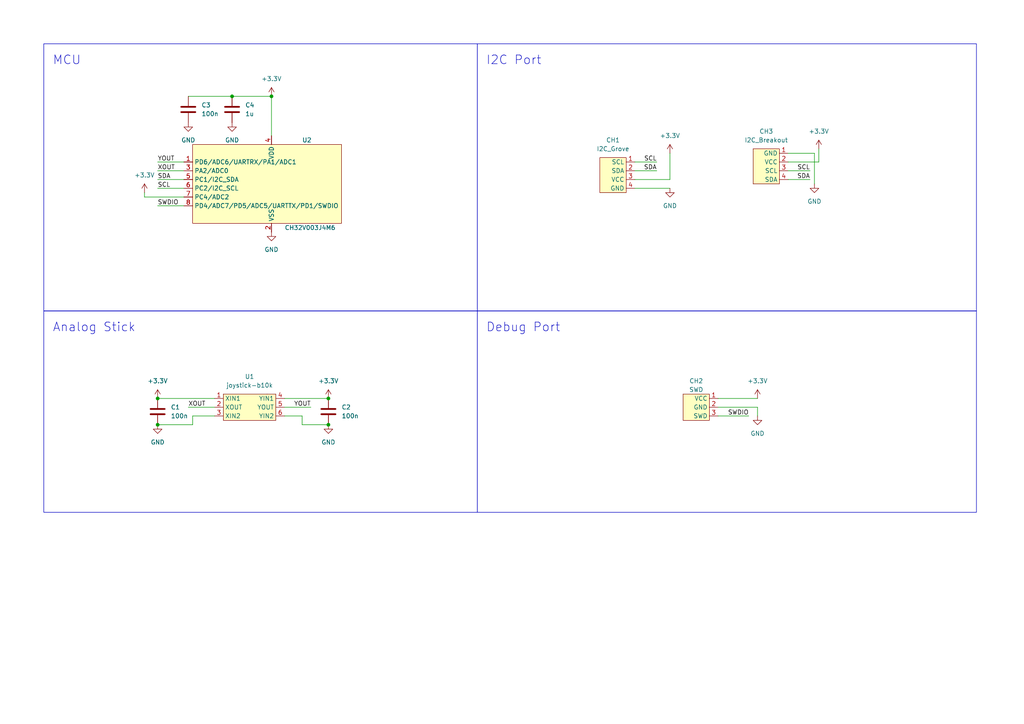
<source format=kicad_sch>
(kicad_sch (version 20230121) (generator eeschema)
  (paper "A4")
  (lib_symbols
    (symbol "$74th:CH32V003J4M6"
      (property "Reference" "U" (at 13.97 15.24 0))
      (property "Value" "CH32V003J4M6" (at 12.7 -10.16 0))
      (symbol "CH32V003J4M6_0_1"
        (rectangle (start -22.86 13.97) (end 20.32 -8.89) (stroke (width 0.1524)) (fill (type background)))
      )
      (symbol "CH32V003J4M6_1_1"
        (pin bidirectional line (at -25.4 8.89 0) (length 2.54) (name "PD6/ADC6/UARTRX/PA1/ADC1") (number "1"))
        (pin power_in line (at 0 -11.43 90) (length 2.54) (name "VSS") (number "2"))
        (pin bidirectional line (at -25.4 6.35 0) (length 2.54) (name "PA2/ADC0") (number "3"))
        (pin power_in line (at 0 16.51 270) (length 2.54) (name "VDD") (number "4"))
        (pin bidirectional line (at -25.4 3.81 0) (length 2.54) (name "PC1/I2C_SDA") (number "5"))
        (pin bidirectional line (at -25.4 1.27 0) (length 2.54) (name "PC2/I2C_SCL") (number "6"))
        (pin bidirectional line (at -25.4 -1.27 0) (length 2.54) (name "PC4/ADC2") (number "7"))
        (pin bidirectional line (at -25.4 -3.81 0) (length 2.54) (name "PD4/ADC7/PD5/ADC5/UARTTX/PD1/SWDIO") (number "8"))
      )
    )
    (symbol "$74th:I2C_Breakout"
      (property "Reference" "CH" (at 0 6.35 0))
      (property "Value" "I2C_Breakout" (at 0 5.08 0))
      (symbol "I2C_Breakout_0_1"
        (rectangle (start -3.81 3.81) (end 3.81 -6.35) (stroke (width 0.1524)) (fill (type background)))
      )
      (symbol "I2C_Breakout_1_1"
        (pin power_in line (at 6.35 2.54 180) (length 2.54) (name "GND") (number "1"))
        (pin power_in line (at 6.35 0 180) (length 2.54) (name "VCC") (number "2"))
        (pin input line (at 6.35 -2.54 180) (length 2.54) (name "SCL") (number "3"))
        (pin bidirectional line (at 6.35 -5.08 180) (length 2.54) (name "SDA") (number "4"))
      )
    )
    (symbol "$74th:I2C_Grove"
      (property "Reference" "CH" (at 0 6.35 0))
      (property "Value" "I2C_Grove" (at 0 5.08 0))
      (symbol "I2C_Grove_0_1"
        (rectangle (start -3.81 3.81) (end 3.81 -6.35) (stroke (width 0.1524)) (fill (type background)))
      )
      (symbol "I2C_Grove_1_1"
        (pin bidirectional line (at 6.35 2.54 180) (length 2.54) (name "SCL") (number "1"))
        (pin bidirectional line (at 6.35 0 180) (length 2.54) (name "SDA") (number "2"))
        (pin power_in line (at 6.35 -2.54 180) (length 2.54) (name "VCC") (number "3"))
        (pin power_in line (at 6.35 -5.08 180) (length 2.54) (name "GND") (number "4"))
      )
    )
    (symbol "$74th:SWD_1Wire"
      (property "Reference" "CH" (at 0 3.81 0))
      (property "Value" "SWD" (at 0 6.35 0))
      (symbol "SWD_1Wire_0_1"
        (rectangle (start -3.81 2.54) (end 3.81 -5.08) (stroke (width 0.1524)) (fill (type background)))
      )
      (symbol "SWD_1Wire_1_1"
        (pin power_out line (at 6.35 1.27 180) (length 2.54) (name "VCC") (number "1"))
        (pin power_out line (at 6.35 -1.27 180) (length 2.54) (name "GND") (number "2"))
        (pin bidirectional line (at 6.35 -3.81 180) (length 2.54) (name "SWD") (number "3"))
      )
    )
    (symbol "$74th:joystick-b10k"
      (property "Reference" "U" (at 0 6.35 0))
      (property "Value" "joystick-b10k" (at 0 8.89 0))
      (symbol "joystick-b10k_0_1"
        (rectangle (start -7.62 5.08) (end 7.62 -2.54) (stroke (width 0.1524)) (fill (type background)))
        (rectangle (start 5.08 5.08) (end 5.08 5.08) (stroke (width 0.1524)))
      )
      (symbol "joystick-b10k_1_1"
        (pin input line (at -10.16 3.81 0) (length 2.54) (name "XIN1") (number "1"))
        (pin output line (at -10.16 1.27 0) (length 2.54) (name "XOUT") (number "2"))
        (pin input line (at -10.16 -1.27 0) (length 2.54) (name "XIN2") (number "3"))
        (pin input line (at 10.16 3.81 180) (length 2.54) (name "YIN1") (number "4"))
        (pin output line (at 10.16 1.27 180) (length 2.54) (name "YOUT") (number "5"))
        (pin input line (at 10.16 -1.27 180) (length 2.54) (name "YIN2") (number "6"))
      )
    )
    (symbol "Device:C" (pin_numbers hide) (pin_names (offset 0.254))
      (property "Reference" "C" (at 0.635 2.54 0))
      (property "Value" "C" (at 0.635 -2.54 0))
      (symbol "C_0_1"
        (polyline (pts (xy -2.032 -0.762) (xy 2.032 -0.762)) (stroke (width 0.508)))
        (polyline (pts (xy -2.032 0.762) (xy 2.032 0.762)) (stroke (width 0.508)))
      )
      (symbol "C_1_1"
        (pin passive line (at 0 3.81 270) (length 2.794) (name "~") (number "1"))
        (pin passive line (at 0 -3.81 90) (length 2.794) (name "~") (number "2"))
      )
    )
    (symbol "power:+3.3V" (power) (pin_names (offset 0))
      (property "Value" "+3.3V" (at 0 3.556 0))
      (symbol "+3.3V_0_1"
        (polyline (pts (xy -0.762 1.27) (xy 0 2.54)))
        (polyline (pts (xy 0 0) (xy 0 2.54)))
        (polyline (pts (xy 0 2.54) (xy 0.762 1.27)))
      )
      (symbol "+3.3V_1_1"
        (pin power_in line (at 0 0 90) (length 0) hide (name "+3.3V") (number "1"))
      )
    )
    (symbol "power:GND" (power) (pin_names (offset 0))
      (property "Value" "GND" (at 0 -3.81 0))
      (symbol "GND_0_1"
        (polyline (pts (xy 0 0) (xy 0 -1.27) (xy 1.27 -1.27) (xy 0 -2.54) (xy -1.27 -1.27) (xy 0 -1.27)))
      )
      (symbol "GND_1_1"
        (pin power_in line (at 0 0 270) (length 0) hide (name "GND") (number "1"))
      )
    )
  )
  (junction (at 95.25 123.19))
  (junction (at 45.72 123.19))
  (junction (at 67.31 27.94))
  (junction (at 45.72 115.57))
  (junction (at 78.74 27.94))
  (junction (at 95.25 115.57))
  (wire (pts (xy 78.74 27.94) (xy 67.31 27.94)))
  (wire (pts (xy 228.6 52.07) (xy 234.95 52.07)))
  (wire (pts (xy 62.23 120.65) (xy 55.88 120.65)))
  (wire (pts (xy 194.31 44.45) (xy 194.31 52.07)))
  (wire (pts (xy 87.63 123.19) (xy 95.25 123.19)))
  (wire (pts (xy 45.72 59.69) (xy 53.34 59.69)))
  (wire (pts (xy 53.34 57.15) (xy 41.91 57.15)))
  (wire (pts (xy 54.61 27.94) (xy 67.31 27.94)))
  (wire (pts (xy 82.55 115.57) (xy 95.25 115.57)))
  (wire (pts (xy 236.22 44.45) (xy 228.6 44.45)))
  (wire (pts (xy 87.63 120.65) (xy 87.63 123.19)))
  (wire (pts (xy 78.74 27.94) (xy 78.74 39.37)))
  (wire (pts (xy 236.22 53.34) (xy 236.22 44.45)))
  (wire (pts (xy 228.6 46.99) (xy 237.49 46.99)))
  (wire (pts (xy 194.31 52.07) (xy 184.15 52.07)))
  (wire (pts (xy 184.15 54.61) (xy 194.31 54.61)))
  (wire (pts (xy 82.55 118.11) (xy 90.17 118.11)))
  (wire (pts (xy 54.61 118.11) (xy 62.23 118.11)))
  (wire (pts (xy 45.72 46.99) (xy 53.34 46.99)))
  (wire (pts (xy 219.71 118.11) (xy 219.71 120.65)))
  (wire (pts (xy 237.49 46.99) (xy 237.49 43.18)))
  (wire (pts (xy 45.72 115.57) (xy 62.23 115.57)))
  (wire (pts (xy 82.55 120.65) (xy 87.63 120.65)))
  (wire (pts (xy 184.15 49.53) (xy 190.5 49.53)))
  (wire (pts (xy 208.28 115.57) (xy 219.71 115.57)))
  (wire (pts (xy 45.72 54.61) (xy 53.34 54.61)))
  (wire (pts (xy 45.72 49.53) (xy 53.34 49.53)))
  (wire (pts (xy 208.28 118.11) (xy 219.71 118.11)))
  (wire (pts (xy 55.88 120.65) (xy 55.88 123.19)))
  (wire (pts (xy 184.15 46.99) (xy 190.5 46.99)))
  (wire (pts (xy 208.28 120.65) (xy 217.17 120.65)))
  (wire (pts (xy 55.88 123.19) (xy 45.72 123.19)))
  (wire (pts (xy 45.72 52.07) (xy 53.34 52.07)))
  (wire (pts (xy 228.6 49.53) (xy 234.95 49.53)))
  (wire (pts (xy 41.91 57.15) (xy 41.91 55.88)))
  (rectangle (start 138.43 12.7) (end 283.21 90.17))
  (rectangle (start 138.43 90.17) (end 283.21 148.59))
  (rectangle (start 12.7 90.17) (end 138.43 148.59))
  (rectangle (start 12.7 12.7) (end 138.43 90.17))
  (text "Debug Port" (at 140.97 96.52 0) (effects (font (size 2.54 2.54)) (justify left bottom)))
  (text "I2C Port" (at 140.97 19.05 0) (effects (font (size 2.54 2.54)) (justify left bottom)))
  (text "MCU" (at 15.24 19.05 0) (effects (font (size 2.54 2.54)) (justify left bottom)))
  (text "Analog Stick" (at 15.24 96.52 0) (effects (font (size 2.54 2.54)) (justify left bottom)))
  (label "SCL" (at 45.72 54.61 0))
  (label "SDA" (at 234.95 52.07 180))
  (label "XOUT" (at 45.72 49.53 0))
  (label "YOUT" (at 90.17 118.11 180))
  (label "XOUT" (at 54.61 118.11 0))
  (label "SWDIO" (at 217.17 120.65 180))
  (label "YOUT" (at 45.72 46.99 0))
  (label "SWDIO" (at 45.72 59.69 0))
  (label "SCL" (at 190.5 46.99 180))
  (label "SDA" (at 190.5 49.53 180))
  (label "SCL" (at 234.95 49.53 180))
  (label "SDA" (at 45.72 52.07 0))
  (symbol (lib_id "Device:C") (at 54.61 31.75 0) (unit 1)
    (property "Reference" "C3" (at 58.42 30.4799 0) (effects (justify left)))
    (property "Value" "100n" (at 58.42 33.0199 0) (effects (justify left)))
    (property "Footprint" "$74th:Capacitor_0603_1608" (effects hide))
  )
  (symbol (lib_id "Device:C") (at 67.31 31.75 0) (unit 1)
    (property "Reference" "C4" (at 71.12 30.4799 0) (effects (justify left)))
    (property "Value" "1u" (at 71.12 33.0199 0) (effects (justify left)))
    (property "Footprint" "$74th:Capacitor_0603_1608" (effects hide))
  )
  (symbol (lib_id "power:GND") (at 219.71 120.65 0) (unit 1)
    (property "Reference" "#PWR012" (effects hide))
    (property "Value" "GND" (at 219.71 125.73 0))
  )
  (symbol (lib_id "power:+3.3V") (at 45.72 115.57 0) (unit 1)
    (property "Reference" "#PWR01" (effects hide))
    (property "Value" "+3.3V" (at 45.72 110.49 0))
  )
  (symbol (lib_id "$74th:I2C_Grove") (at 177.8 49.53 0) (unit 1)
    (property "Reference" "CH1" (at 177.8 40.64 0))
    (property "Value" "I2C_Grove" (at 177.8 43.18 0))
    (property "Footprint" "$74th:HY2.0_Socket_SMD_4Pin" (effects hide))
  )
  (symbol (lib_id "$74th:SWD_1Wire") (at 201.93 116.84 0) (unit 1)
    (property "Reference" "CH2" (at 201.93 110.49 0))
    (property "Value" "SWD" (at 201.93 113.03 0))
    (property "Footprint" "$74th:SWD-1Wire" (effects hide))
  )
  (symbol (lib_id "Device:C") (at 95.25 119.38 0) (unit 1)
    (property "Reference" "C2" (at 99.06 118.1099 0) (effects (justify left)))
    (property "Value" "100n" (at 99.06 120.6499 0) (effects (justify left)))
    (property "Footprint" "$74th:Capacitor_0603_1608" (effects hide))
  )
  (symbol (lib_id "power:GND") (at 54.61 35.56 0) (unit 1)
    (property "Reference" "#PWR08" (effects hide))
    (property "Value" "GND" (at 54.61 40.64 0))
  )
  (symbol (lib_id "power:+3.3V") (at 78.74 27.94 0) (unit 1)
    (property "Reference" "#PWR06" (effects hide))
    (property "Value" "+3.3V" (at 78.74 22.86 0))
  )
  (symbol (lib_id "$74th:I2C_Breakout") (at 222.25 46.99 0) (unit 1)
    (property "Reference" "CH3" (at 222.25 38.1 0))
    (property "Value" "I2C_Breakout" (at 222.25 40.64 0))
    (property "Footprint" "$74th:I2C_Breakout" (effects hide))
  )
  (symbol (lib_id "power:GND") (at 95.25 123.19 0) (unit 1)
    (property "Reference" "#PWR04" (effects hide))
    (property "Value" "GND" (at 95.25 128.27 0))
  )
  (symbol (lib_id "power:+3.3V") (at 194.31 44.45 0) (unit 1)
    (property "Reference" "#PWR05" (effects hide))
    (property "Value" "+3.3V" (at 194.31 39.37 0))
  )
  (symbol (lib_id "$74th:CH32V003J4M6") (at 78.74 55.88 0) (unit 1)
    (property "Reference" "U2" (at 87.63 40.64 0) (effects (justify left)))
    (property "Value" "CH32V003J4M6" (at 82.55 66.04 0) (effects (justify left)))
    (property "Footprint" "Package_SO:SOIC-8_3.9x4.9mm_P1.27mm" (effects hide))
  )
  (symbol (lib_id "power:+3.3V") (at 237.49 43.18 0) (unit 1)
    (property "Reference" "#PWR011" (effects hide))
    (property "Value" "+3.3V" (at 237.49 38.1 0))
  )
  (symbol (lib_id "power:GND") (at 194.31 54.61 0) (unit 1)
    (property "Reference" "#PWR07" (effects hide))
    (property "Value" "GND" (at 194.31 59.69 0))
  )
  (symbol (lib_id "power:GND") (at 45.72 123.19 0) (unit 1)
    (property "Reference" "#PWR03" (effects hide))
    (property "Value" "GND" (at 45.72 128.27 0))
  )
  (symbol (lib_id "$74th:joystick-b10k") (at 72.39 119.38 0) (unit 1)
    (property "Reference" "U1" (at 72.39 109.22 0))
    (property "Value" "joystick-b10k" (at 72.39 111.76 0))
    (property "Footprint" "$74th:JOYSTICK-B10K" (effects hide))
  )
  (symbol (lib_id "power:+3.3V") (at 41.91 55.88 0) (unit 1)
    (property "Reference" "#PWR013" (effects hide))
    (property "Value" "+3.3V" (at 41.91 50.8 0))
  )
  (symbol (lib_id "power:GND") (at 236.22 53.34 0) (unit 1)
    (property "Reference" "#PWR014" (effects hide))
    (property "Value" "GND" (at 236.22 58.42 0))
  )
  (symbol (lib_id "power:GND") (at 78.74 67.31 0) (unit 1)
    (property "Reference" "#PWR015" (effects hide))
    (property "Value" "GND" (at 78.74 72.39 0))
  )
  (symbol (lib_id "power:+3.3V") (at 95.25 115.57 0) (unit 1)
    (property "Reference" "#PWR02" (effects hide))
    (property "Value" "+3.3V" (at 95.25 110.49 0))
  )
  (symbol (lib_id "power:GND") (at 67.31 35.56 0) (unit 1)
    (property "Reference" "#PWR09" (effects hide))
    (property "Value" "GND" (at 67.31 40.64 0))
  )
  (symbol (lib_id "power:+3.3V") (at 219.71 115.57 0) (unit 1)
    (property "Reference" "#PWR010" (effects hide))
    (property "Value" "+3.3V" (at 219.71 110.49 0))
  )
  (symbol (lib_id "Device:C") (at 45.72 119.38 0) (unit 1)
    (property "Reference" "C1" (at 49.53 118.1099 0) (effects (justify left)))
    (property "Value" "100n" (at 49.53 120.6499 0) (effects (justify left)))
    (property "Footprint" "$74th:Capacitor_0603_1608" (effects hide))
  )
)
</source>
